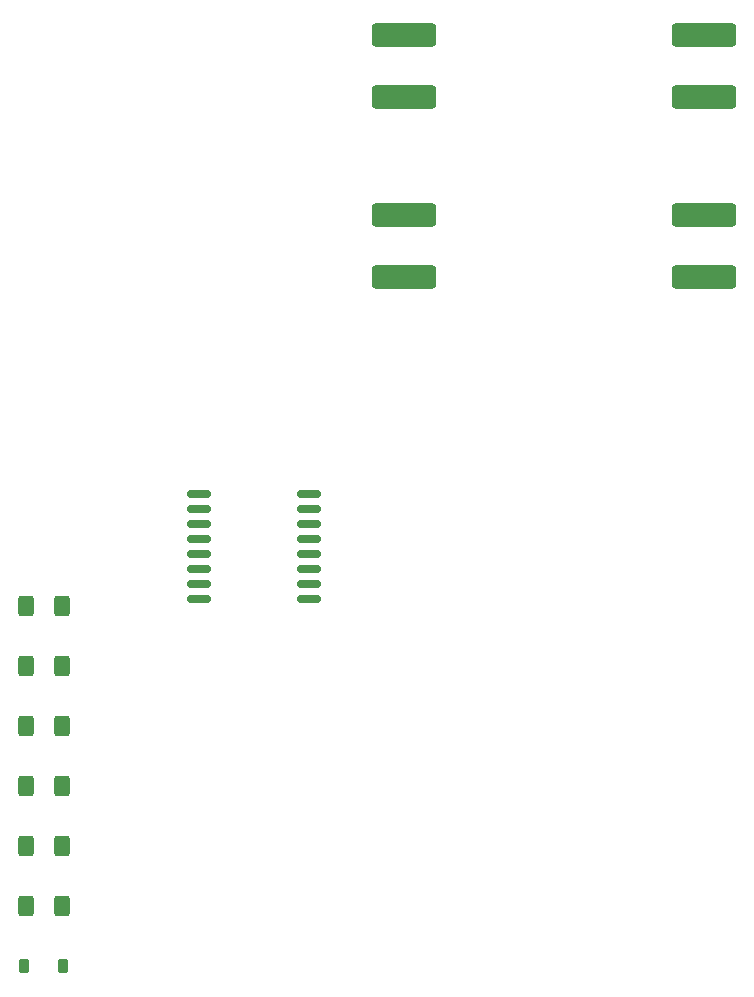
<source format=gbr>
%TF.GenerationSoftware,KiCad,Pcbnew,8.0.4-8.0.4-0~ubuntu22.04.1*%
%TF.CreationDate,2024-08-03T20:12:04+03:00*%
%TF.ProjectId,PM-CPU-ESP,504d2d43-5055-42d4-9553-502e6b696361,rev?*%
%TF.SameCoordinates,Original*%
%TF.FileFunction,Paste,Top*%
%TF.FilePolarity,Positive*%
%FSLAX46Y46*%
G04 Gerber Fmt 4.6, Leading zero omitted, Abs format (unit mm)*
G04 Created by KiCad (PCBNEW 8.0.4-8.0.4-0~ubuntu22.04.1) date 2024-08-03 20:12:04*
%MOMM*%
%LPD*%
G01*
G04 APERTURE LIST*
G04 Aperture macros list*
%AMRoundRect*
0 Rectangle with rounded corners*
0 $1 Rounding radius*
0 $2 $3 $4 $5 $6 $7 $8 $9 X,Y pos of 4 corners*
0 Add a 4 corners polygon primitive as box body*
4,1,4,$2,$3,$4,$5,$6,$7,$8,$9,$2,$3,0*
0 Add four circle primitives for the rounded corners*
1,1,$1+$1,$2,$3*
1,1,$1+$1,$4,$5*
1,1,$1+$1,$6,$7*
1,1,$1+$1,$8,$9*
0 Add four rect primitives between the rounded corners*
20,1,$1+$1,$2,$3,$4,$5,0*
20,1,$1+$1,$4,$5,$6,$7,0*
20,1,$1+$1,$6,$7,$8,$9,0*
20,1,$1+$1,$8,$9,$2,$3,0*%
G04 Aperture macros list end*
%ADD10RoundRect,0.250000X0.400000X0.625000X-0.400000X0.625000X-0.400000X-0.625000X0.400000X-0.625000X0*%
%ADD11RoundRect,0.150000X-0.875000X-0.150000X0.875000X-0.150000X0.875000X0.150000X-0.875000X0.150000X0*%
%ADD12RoundRect,0.249999X-2.450001X0.737501X-2.450001X-0.737501X2.450001X-0.737501X2.450001X0.737501X0*%
%ADD13RoundRect,0.225000X-0.225000X-0.375000X0.225000X-0.375000X0.225000X0.375000X-0.225000X0.375000X0*%
G04 APERTURE END LIST*
D10*
%TO.C,R4*%
X65050000Y-111760000D03*
X61950000Y-111760000D03*
%TD*%
D11*
%TO.C,U3*%
X76630000Y-92075000D03*
X76630000Y-93345000D03*
X76630000Y-94615000D03*
X76630000Y-95885000D03*
X76630000Y-97155000D03*
X76630000Y-98425000D03*
X76630000Y-99695000D03*
X76630000Y-100965000D03*
X85930000Y-100965000D03*
X85930000Y-99695000D03*
X85930000Y-98425000D03*
X85930000Y-97155000D03*
X85930000Y-95885000D03*
X85930000Y-94615000D03*
X85930000Y-93345000D03*
X85930000Y-92075000D03*
%TD*%
D10*
%TO.C,R2*%
X65050000Y-106680000D03*
X61950000Y-106680000D03*
%TD*%
D12*
%TO.C,C1*%
X93980000Y-53242500D03*
X93980000Y-58517500D03*
%TD*%
D10*
%TO.C,R5*%
X65050000Y-121920000D03*
X61950000Y-121920000D03*
%TD*%
D13*
%TO.C,D2*%
X61850000Y-132080000D03*
X65150000Y-132080000D03*
%TD*%
D10*
%TO.C,R3*%
X65050000Y-116840000D03*
X61950000Y-116840000D03*
%TD*%
D12*
%TO.C,C2*%
X119380000Y-53242500D03*
X119380000Y-58517500D03*
%TD*%
%TO.C,C3*%
X93980000Y-68482500D03*
X93980000Y-73757500D03*
%TD*%
%TO.C,C4*%
X119380000Y-68482500D03*
X119380000Y-73757500D03*
%TD*%
D10*
%TO.C,R6*%
X65050000Y-127000000D03*
X61950000Y-127000000D03*
%TD*%
%TO.C,R1*%
X65050000Y-101600000D03*
X61950000Y-101600000D03*
%TD*%
M02*

</source>
